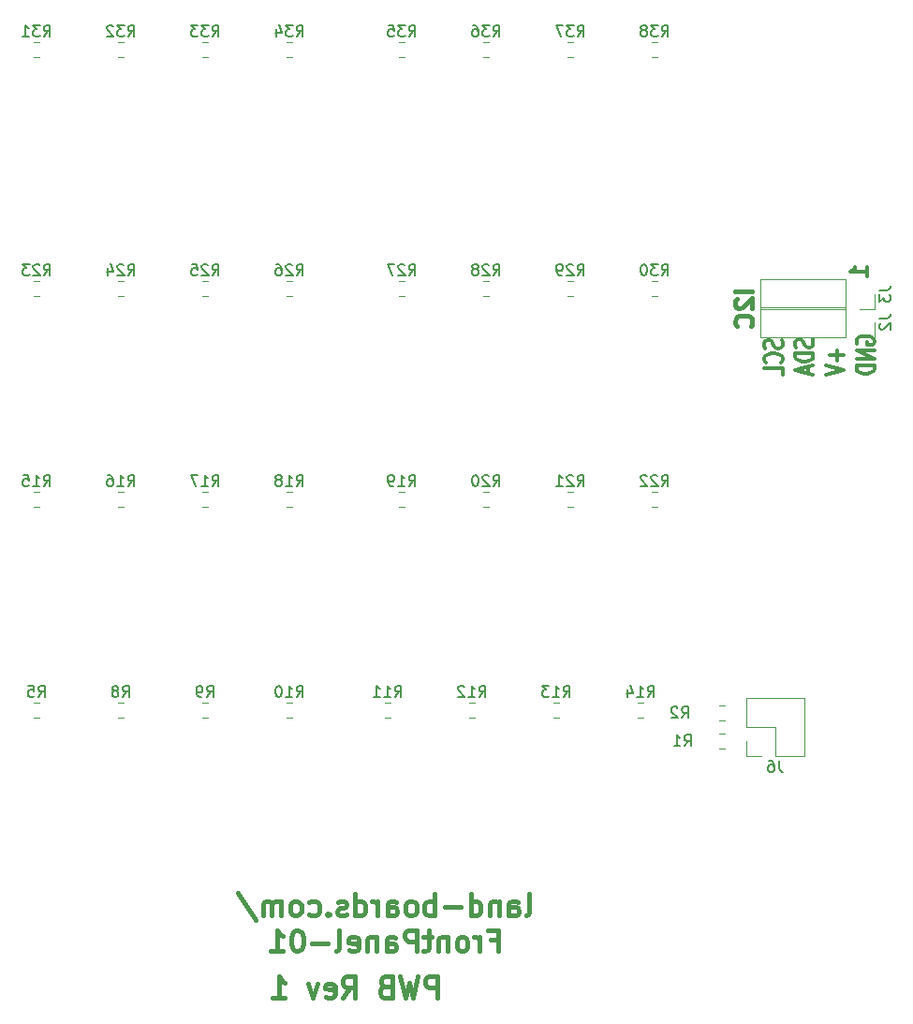
<source format=gbo>
G04 #@! TF.GenerationSoftware,KiCad,Pcbnew,(5.0.2)-1*
G04 #@! TF.CreationDate,2019-09-24T20:27:20-04:00*
G04 #@! TF.ProjectId,FrontPanel,46726f6e-7450-4616-9e65-6c2e6b696361,X1*
G04 #@! TF.SameCoordinates,Original*
G04 #@! TF.FileFunction,Legend,Bot*
G04 #@! TF.FilePolarity,Positive*
%FSLAX46Y46*%
G04 Gerber Fmt 4.6, Leading zero omitted, Abs format (unit mm)*
G04 Created by KiCad (PCBNEW (5.0.2)-1) date 9/24/2019 8:27:20 PM*
%MOMM*%
%LPD*%
G01*
G04 APERTURE LIST*
%ADD10C,0.381000*%
%ADD11C,0.300000*%
%ADD12C,0.396875*%
%ADD13C,0.120000*%
%ADD14C,0.150000*%
G04 APERTURE END LIST*
D10*
X71165357Y-95000535D02*
X71346785Y-94909821D01*
X71437500Y-94728392D01*
X71437500Y-93095535D01*
X69623214Y-95000535D02*
X69623214Y-94002678D01*
X69713928Y-93821250D01*
X69895357Y-93730535D01*
X70258214Y-93730535D01*
X70439642Y-93821250D01*
X69623214Y-94909821D02*
X69804642Y-95000535D01*
X70258214Y-95000535D01*
X70439642Y-94909821D01*
X70530357Y-94728392D01*
X70530357Y-94546964D01*
X70439642Y-94365535D01*
X70258214Y-94274821D01*
X69804642Y-94274821D01*
X69623214Y-94184107D01*
X68716071Y-93730535D02*
X68716071Y-95000535D01*
X68716071Y-93911964D02*
X68625357Y-93821250D01*
X68443928Y-93730535D01*
X68171785Y-93730535D01*
X67990357Y-93821250D01*
X67899642Y-94002678D01*
X67899642Y-95000535D01*
X66176071Y-95000535D02*
X66176071Y-93095535D01*
X66176071Y-94909821D02*
X66357500Y-95000535D01*
X66720357Y-95000535D01*
X66901785Y-94909821D01*
X66992500Y-94819107D01*
X67083214Y-94637678D01*
X67083214Y-94093392D01*
X66992500Y-93911964D01*
X66901785Y-93821250D01*
X66720357Y-93730535D01*
X66357500Y-93730535D01*
X66176071Y-93821250D01*
X65268928Y-94274821D02*
X63817500Y-94274821D01*
X62910357Y-95000535D02*
X62910357Y-93095535D01*
X62910357Y-93821250D02*
X62728928Y-93730535D01*
X62366071Y-93730535D01*
X62184642Y-93821250D01*
X62093928Y-93911964D01*
X62003214Y-94093392D01*
X62003214Y-94637678D01*
X62093928Y-94819107D01*
X62184642Y-94909821D01*
X62366071Y-95000535D01*
X62728928Y-95000535D01*
X62910357Y-94909821D01*
X60914642Y-95000535D02*
X61096071Y-94909821D01*
X61186785Y-94819107D01*
X61277500Y-94637678D01*
X61277500Y-94093392D01*
X61186785Y-93911964D01*
X61096071Y-93821250D01*
X60914642Y-93730535D01*
X60642500Y-93730535D01*
X60461071Y-93821250D01*
X60370357Y-93911964D01*
X60279642Y-94093392D01*
X60279642Y-94637678D01*
X60370357Y-94819107D01*
X60461071Y-94909821D01*
X60642500Y-95000535D01*
X60914642Y-95000535D01*
X58646785Y-95000535D02*
X58646785Y-94002678D01*
X58737500Y-93821250D01*
X58918928Y-93730535D01*
X59281785Y-93730535D01*
X59463214Y-93821250D01*
X58646785Y-94909821D02*
X58828214Y-95000535D01*
X59281785Y-95000535D01*
X59463214Y-94909821D01*
X59553928Y-94728392D01*
X59553928Y-94546964D01*
X59463214Y-94365535D01*
X59281785Y-94274821D01*
X58828214Y-94274821D01*
X58646785Y-94184107D01*
X57739642Y-95000535D02*
X57739642Y-93730535D01*
X57739642Y-94093392D02*
X57648928Y-93911964D01*
X57558214Y-93821250D01*
X57376785Y-93730535D01*
X57195357Y-93730535D01*
X55743928Y-95000535D02*
X55743928Y-93095535D01*
X55743928Y-94909821D02*
X55925357Y-95000535D01*
X56288214Y-95000535D01*
X56469642Y-94909821D01*
X56560357Y-94819107D01*
X56651071Y-94637678D01*
X56651071Y-94093392D01*
X56560357Y-93911964D01*
X56469642Y-93821250D01*
X56288214Y-93730535D01*
X55925357Y-93730535D01*
X55743928Y-93821250D01*
X54927500Y-94909821D02*
X54746071Y-95000535D01*
X54383214Y-95000535D01*
X54201785Y-94909821D01*
X54111071Y-94728392D01*
X54111071Y-94637678D01*
X54201785Y-94456250D01*
X54383214Y-94365535D01*
X54655357Y-94365535D01*
X54836785Y-94274821D01*
X54927500Y-94093392D01*
X54927500Y-94002678D01*
X54836785Y-93821250D01*
X54655357Y-93730535D01*
X54383214Y-93730535D01*
X54201785Y-93821250D01*
X53294642Y-94819107D02*
X53203928Y-94909821D01*
X53294642Y-95000535D01*
X53385357Y-94909821D01*
X53294642Y-94819107D01*
X53294642Y-95000535D01*
X51571071Y-94909821D02*
X51752500Y-95000535D01*
X52115357Y-95000535D01*
X52296785Y-94909821D01*
X52387500Y-94819107D01*
X52478214Y-94637678D01*
X52478214Y-94093392D01*
X52387500Y-93911964D01*
X52296785Y-93821250D01*
X52115357Y-93730535D01*
X51752500Y-93730535D01*
X51571071Y-93821250D01*
X50482500Y-95000535D02*
X50663928Y-94909821D01*
X50754642Y-94819107D01*
X50845357Y-94637678D01*
X50845357Y-94093392D01*
X50754642Y-93911964D01*
X50663928Y-93821250D01*
X50482500Y-93730535D01*
X50210357Y-93730535D01*
X50028928Y-93821250D01*
X49938214Y-93911964D01*
X49847500Y-94093392D01*
X49847500Y-94637678D01*
X49938214Y-94819107D01*
X50028928Y-94909821D01*
X50210357Y-95000535D01*
X50482500Y-95000535D01*
X49031071Y-95000535D02*
X49031071Y-93730535D01*
X49031071Y-93911964D02*
X48940357Y-93821250D01*
X48758928Y-93730535D01*
X48486785Y-93730535D01*
X48305357Y-93821250D01*
X48214642Y-94002678D01*
X48214642Y-95000535D01*
X48214642Y-94002678D02*
X48123928Y-93821250D01*
X47942500Y-93730535D01*
X47670357Y-93730535D01*
X47488928Y-93821250D01*
X47398214Y-94002678D01*
X47398214Y-95000535D01*
X45130357Y-93004821D02*
X46763214Y-95454107D01*
X67990357Y-97241178D02*
X68625357Y-97241178D01*
X68625357Y-98239035D02*
X68625357Y-96334035D01*
X67718214Y-96334035D01*
X66992500Y-98239035D02*
X66992500Y-96969035D01*
X66992500Y-97331892D02*
X66901785Y-97150464D01*
X66811071Y-97059750D01*
X66629642Y-96969035D01*
X66448214Y-96969035D01*
X65541071Y-98239035D02*
X65722500Y-98148321D01*
X65813214Y-98057607D01*
X65903928Y-97876178D01*
X65903928Y-97331892D01*
X65813214Y-97150464D01*
X65722500Y-97059750D01*
X65541071Y-96969035D01*
X65268928Y-96969035D01*
X65087500Y-97059750D01*
X64996785Y-97150464D01*
X64906071Y-97331892D01*
X64906071Y-97876178D01*
X64996785Y-98057607D01*
X65087500Y-98148321D01*
X65268928Y-98239035D01*
X65541071Y-98239035D01*
X64089642Y-96969035D02*
X64089642Y-98239035D01*
X64089642Y-97150464D02*
X63998928Y-97059750D01*
X63817500Y-96969035D01*
X63545357Y-96969035D01*
X63363928Y-97059750D01*
X63273214Y-97241178D01*
X63273214Y-98239035D01*
X62638214Y-96969035D02*
X61912500Y-96969035D01*
X62366071Y-96334035D02*
X62366071Y-97966892D01*
X62275357Y-98148321D01*
X62093928Y-98239035D01*
X61912500Y-98239035D01*
X61277500Y-98239035D02*
X61277500Y-96334035D01*
X60551785Y-96334035D01*
X60370357Y-96424750D01*
X60279642Y-96515464D01*
X60188928Y-96696892D01*
X60188928Y-96969035D01*
X60279642Y-97150464D01*
X60370357Y-97241178D01*
X60551785Y-97331892D01*
X61277500Y-97331892D01*
X58556071Y-98239035D02*
X58556071Y-97241178D01*
X58646785Y-97059750D01*
X58828214Y-96969035D01*
X59191071Y-96969035D01*
X59372500Y-97059750D01*
X58556071Y-98148321D02*
X58737500Y-98239035D01*
X59191071Y-98239035D01*
X59372500Y-98148321D01*
X59463214Y-97966892D01*
X59463214Y-97785464D01*
X59372500Y-97604035D01*
X59191071Y-97513321D01*
X58737500Y-97513321D01*
X58556071Y-97422607D01*
X57648928Y-96969035D02*
X57648928Y-98239035D01*
X57648928Y-97150464D02*
X57558214Y-97059750D01*
X57376785Y-96969035D01*
X57104642Y-96969035D01*
X56923214Y-97059750D01*
X56832500Y-97241178D01*
X56832500Y-98239035D01*
X55199642Y-98148321D02*
X55381071Y-98239035D01*
X55743928Y-98239035D01*
X55925357Y-98148321D01*
X56016071Y-97966892D01*
X56016071Y-97241178D01*
X55925357Y-97059750D01*
X55743928Y-96969035D01*
X55381071Y-96969035D01*
X55199642Y-97059750D01*
X55108928Y-97241178D01*
X55108928Y-97422607D01*
X56016071Y-97604035D01*
X54020357Y-98239035D02*
X54201785Y-98148321D01*
X54292500Y-97966892D01*
X54292500Y-96334035D01*
X53294642Y-97513321D02*
X51843214Y-97513321D01*
X50573214Y-96334035D02*
X50391785Y-96334035D01*
X50210357Y-96424750D01*
X50119642Y-96515464D01*
X50028928Y-96696892D01*
X49938214Y-97059750D01*
X49938214Y-97513321D01*
X50028928Y-97876178D01*
X50119642Y-98057607D01*
X50210357Y-98148321D01*
X50391785Y-98239035D01*
X50573214Y-98239035D01*
X50754642Y-98148321D01*
X50845357Y-98057607D01*
X50936071Y-97876178D01*
X51026785Y-97513321D01*
X51026785Y-97059750D01*
X50936071Y-96696892D01*
X50845357Y-96515464D01*
X50754642Y-96424750D01*
X50573214Y-96334035D01*
X48123928Y-98239035D02*
X49212500Y-98239035D01*
X48668214Y-98239035D02*
X48668214Y-96334035D01*
X48849642Y-96606178D01*
X49031071Y-96787607D01*
X49212500Y-96878321D01*
X63146778Y-102428785D02*
X63146778Y-100523785D01*
X62421064Y-100523785D01*
X62239635Y-100614500D01*
X62148921Y-100705214D01*
X62058207Y-100886642D01*
X62058207Y-101158785D01*
X62148921Y-101340214D01*
X62239635Y-101430928D01*
X62421064Y-101521642D01*
X63146778Y-101521642D01*
X61423207Y-100523785D02*
X60969635Y-102428785D01*
X60606778Y-101068071D01*
X60243921Y-102428785D01*
X59790350Y-100523785D01*
X58429635Y-101430928D02*
X58157492Y-101521642D01*
X58066778Y-101612357D01*
X57976064Y-101793785D01*
X57976064Y-102065928D01*
X58066778Y-102247357D01*
X58157492Y-102338071D01*
X58338921Y-102428785D01*
X59064635Y-102428785D01*
X59064635Y-100523785D01*
X58429635Y-100523785D01*
X58248207Y-100614500D01*
X58157492Y-100705214D01*
X58066778Y-100886642D01*
X58066778Y-101068071D01*
X58157492Y-101249500D01*
X58248207Y-101340214D01*
X58429635Y-101430928D01*
X59064635Y-101430928D01*
X54619635Y-102428785D02*
X55254635Y-101521642D01*
X55708207Y-102428785D02*
X55708207Y-100523785D01*
X54982492Y-100523785D01*
X54801064Y-100614500D01*
X54710350Y-100705214D01*
X54619635Y-100886642D01*
X54619635Y-101158785D01*
X54710350Y-101340214D01*
X54801064Y-101430928D01*
X54982492Y-101521642D01*
X55708207Y-101521642D01*
X53077492Y-102338071D02*
X53258921Y-102428785D01*
X53621778Y-102428785D01*
X53803207Y-102338071D01*
X53893921Y-102156642D01*
X53893921Y-101430928D01*
X53803207Y-101249500D01*
X53621778Y-101158785D01*
X53258921Y-101158785D01*
X53077492Y-101249500D01*
X52986778Y-101430928D01*
X52986778Y-101612357D01*
X53893921Y-101793785D01*
X52351778Y-101158785D02*
X51898207Y-102428785D01*
X51444635Y-101158785D01*
X48269635Y-102428785D02*
X49358207Y-102428785D01*
X48813921Y-102428785D02*
X48813921Y-100523785D01*
X48995350Y-100795928D01*
X49176778Y-100977357D01*
X49358207Y-101068071D01*
D11*
X102024571Y-37258571D02*
X102024571Y-36401428D01*
X102024571Y-36830000D02*
X100524571Y-36830000D01*
X100738857Y-36687142D01*
X100881714Y-36544285D01*
X100953142Y-36401428D01*
D12*
X91650154Y-38582297D02*
X90062654Y-38582297D01*
X90213845Y-39262654D02*
X90138250Y-39338250D01*
X90062654Y-39489440D01*
X90062654Y-39867416D01*
X90138250Y-40018607D01*
X90213845Y-40094202D01*
X90365035Y-40169797D01*
X90516226Y-40169797D01*
X90743011Y-40094202D01*
X91650154Y-39187059D01*
X91650154Y-40169797D01*
X91498964Y-41757297D02*
X91574559Y-41681702D01*
X91650154Y-41454916D01*
X91650154Y-41303726D01*
X91574559Y-41076940D01*
X91423369Y-40925750D01*
X91272178Y-40850154D01*
X90969797Y-40774559D01*
X90743011Y-40774559D01*
X90440630Y-40850154D01*
X90289440Y-40925750D01*
X90138250Y-41076940D01*
X90062654Y-41303726D01*
X90062654Y-41454916D01*
X90138250Y-41681702D01*
X90213845Y-41757297D01*
D11*
X94293511Y-43021285D02*
X94372130Y-43202714D01*
X94372130Y-43505095D01*
X94293511Y-43626047D01*
X94214892Y-43686523D01*
X94057654Y-43747000D01*
X93900416Y-43747000D01*
X93743178Y-43686523D01*
X93664559Y-43626047D01*
X93585940Y-43505095D01*
X93507321Y-43263190D01*
X93428702Y-43142238D01*
X93350083Y-43081761D01*
X93192845Y-43021285D01*
X93035607Y-43021285D01*
X92878369Y-43081761D01*
X92799750Y-43142238D01*
X92721130Y-43263190D01*
X92721130Y-43565571D01*
X92799750Y-43747000D01*
X94214892Y-45017000D02*
X94293511Y-44956523D01*
X94372130Y-44775095D01*
X94372130Y-44654142D01*
X94293511Y-44472714D01*
X94136273Y-44351761D01*
X93979035Y-44291285D01*
X93664559Y-44230809D01*
X93428702Y-44230809D01*
X93114226Y-44291285D01*
X92956988Y-44351761D01*
X92799750Y-44472714D01*
X92721130Y-44654142D01*
X92721130Y-44775095D01*
X92799750Y-44956523D01*
X92878369Y-45017000D01*
X94372130Y-46166047D02*
X94372130Y-45561285D01*
X92721130Y-45561285D01*
X97070011Y-42960809D02*
X97148630Y-43142238D01*
X97148630Y-43444619D01*
X97070011Y-43565571D01*
X96991392Y-43626047D01*
X96834154Y-43686523D01*
X96676916Y-43686523D01*
X96519678Y-43626047D01*
X96441059Y-43565571D01*
X96362440Y-43444619D01*
X96283821Y-43202714D01*
X96205202Y-43081761D01*
X96126583Y-43021285D01*
X95969345Y-42960809D01*
X95812107Y-42960809D01*
X95654869Y-43021285D01*
X95576250Y-43081761D01*
X95497630Y-43202714D01*
X95497630Y-43505095D01*
X95576250Y-43686523D01*
X97148630Y-44230809D02*
X95497630Y-44230809D01*
X95497630Y-44533190D01*
X95576250Y-44714619D01*
X95733488Y-44835571D01*
X95890726Y-44896047D01*
X96205202Y-44956523D01*
X96441059Y-44956523D01*
X96755535Y-44896047D01*
X96912773Y-44835571D01*
X97070011Y-44714619D01*
X97148630Y-44533190D01*
X97148630Y-44230809D01*
X96676916Y-45440333D02*
X96676916Y-46045095D01*
X97148630Y-45319380D02*
X95497630Y-45742714D01*
X97148630Y-46166047D01*
X99296178Y-43928428D02*
X99296178Y-44896047D01*
X99925130Y-44412238D02*
X98667226Y-44412238D01*
X98274130Y-45319380D02*
X99925130Y-45742714D01*
X98274130Y-46166047D01*
X101129250Y-43384142D02*
X101050630Y-43263190D01*
X101050630Y-43081761D01*
X101129250Y-42900333D01*
X101286488Y-42779380D01*
X101443726Y-42718904D01*
X101758202Y-42658428D01*
X101994059Y-42658428D01*
X102308535Y-42718904D01*
X102465773Y-42779380D01*
X102623011Y-42900333D01*
X102701630Y-43081761D01*
X102701630Y-43202714D01*
X102623011Y-43384142D01*
X102544392Y-43444619D01*
X101994059Y-43444619D01*
X101994059Y-43202714D01*
X102701630Y-43988904D02*
X101050630Y-43988904D01*
X102701630Y-44714619D01*
X101050630Y-44714619D01*
X102701630Y-45319380D02*
X101050630Y-45319380D01*
X101050630Y-45621761D01*
X101129250Y-45803190D01*
X101286488Y-45924142D01*
X101443726Y-45984619D01*
X101758202Y-46045095D01*
X101994059Y-46045095D01*
X102308535Y-45984619D01*
X102465773Y-45924142D01*
X102623011Y-45803190D01*
X102701630Y-45621761D01*
X102701630Y-45319380D01*
D13*
G04 #@! TO.C,R1*
X89161252Y-79958000D02*
X88638748Y-79958000D01*
X89161252Y-78538000D02*
X88638748Y-78538000D01*
G04 #@! TO.C,R2*
X89161252Y-75998000D02*
X88638748Y-75998000D01*
X89161252Y-77418000D02*
X88638748Y-77418000D01*
G04 #@! TO.C,R5*
X27185252Y-77164000D02*
X26662748Y-77164000D01*
X27185252Y-75744000D02*
X26662748Y-75744000D01*
G04 #@! TO.C,R8*
X34805252Y-75744000D02*
X34282748Y-75744000D01*
X34805252Y-77164000D02*
X34282748Y-77164000D01*
G04 #@! TO.C,R9*
X42425252Y-77164000D02*
X41902748Y-77164000D01*
X42425252Y-75744000D02*
X41902748Y-75744000D01*
G04 #@! TO.C,R10*
X50045252Y-75744000D02*
X49522748Y-75744000D01*
X50045252Y-77164000D02*
X49522748Y-77164000D01*
G04 #@! TO.C,R11*
X58935252Y-75744000D02*
X58412748Y-75744000D01*
X58935252Y-77164000D02*
X58412748Y-77164000D01*
G04 #@! TO.C,R12*
X66555252Y-75744000D02*
X66032748Y-75744000D01*
X66555252Y-77164000D02*
X66032748Y-77164000D01*
G04 #@! TO.C,R13*
X74175252Y-77164000D02*
X73652748Y-77164000D01*
X74175252Y-75744000D02*
X73652748Y-75744000D01*
G04 #@! TO.C,R14*
X81795252Y-77164000D02*
X81272748Y-77164000D01*
X81795252Y-75744000D02*
X81272748Y-75744000D01*
G04 #@! TO.C,R15*
X27185252Y-58114000D02*
X26662748Y-58114000D01*
X27185252Y-56694000D02*
X26662748Y-56694000D01*
G04 #@! TO.C,R16*
X34805252Y-58114000D02*
X34282748Y-58114000D01*
X34805252Y-56694000D02*
X34282748Y-56694000D01*
G04 #@! TO.C,R17*
X42425252Y-56694000D02*
X41902748Y-56694000D01*
X42425252Y-58114000D02*
X41902748Y-58114000D01*
G04 #@! TO.C,R18*
X50045252Y-56694000D02*
X49522748Y-56694000D01*
X50045252Y-58114000D02*
X49522748Y-58114000D01*
G04 #@! TO.C,R19*
X60205252Y-58114000D02*
X59682748Y-58114000D01*
X60205252Y-56694000D02*
X59682748Y-56694000D01*
G04 #@! TO.C,R20*
X67825252Y-58114000D02*
X67302748Y-58114000D01*
X67825252Y-56694000D02*
X67302748Y-56694000D01*
G04 #@! TO.C,R21*
X75445252Y-56694000D02*
X74922748Y-56694000D01*
X75445252Y-58114000D02*
X74922748Y-58114000D01*
G04 #@! TO.C,R22*
X83065252Y-56694000D02*
X82542748Y-56694000D01*
X83065252Y-58114000D02*
X82542748Y-58114000D01*
G04 #@! TO.C,R23*
X27194252Y-39064000D02*
X26671748Y-39064000D01*
X27194252Y-37644000D02*
X26671748Y-37644000D01*
G04 #@! TO.C,R24*
X34805252Y-37644000D02*
X34282748Y-37644000D01*
X34805252Y-39064000D02*
X34282748Y-39064000D01*
G04 #@! TO.C,R25*
X42425252Y-39064000D02*
X41902748Y-39064000D01*
X42425252Y-37644000D02*
X41902748Y-37644000D01*
G04 #@! TO.C,R26*
X50045252Y-37644000D02*
X49522748Y-37644000D01*
X50045252Y-39064000D02*
X49522748Y-39064000D01*
G04 #@! TO.C,R27*
X60205252Y-39064000D02*
X59682748Y-39064000D01*
X60205252Y-37644000D02*
X59682748Y-37644000D01*
G04 #@! TO.C,R28*
X67825252Y-39064000D02*
X67302748Y-39064000D01*
X67825252Y-37644000D02*
X67302748Y-37644000D01*
G04 #@! TO.C,R29*
X75445252Y-37644000D02*
X74922748Y-37644000D01*
X75445252Y-39064000D02*
X74922748Y-39064000D01*
G04 #@! TO.C,R30*
X83065252Y-37644000D02*
X82542748Y-37644000D01*
X83065252Y-39064000D02*
X82542748Y-39064000D01*
G04 #@! TO.C,R31*
X27185252Y-16054000D02*
X26662748Y-16054000D01*
X27185252Y-17474000D02*
X26662748Y-17474000D01*
G04 #@! TO.C,R32*
X34805252Y-17474000D02*
X34282748Y-17474000D01*
X34805252Y-16054000D02*
X34282748Y-16054000D01*
G04 #@! TO.C,R33*
X42425252Y-17474000D02*
X41902748Y-17474000D01*
X42425252Y-16054000D02*
X41902748Y-16054000D01*
G04 #@! TO.C,R34*
X50045252Y-16054000D02*
X49522748Y-16054000D01*
X50045252Y-17474000D02*
X49522748Y-17474000D01*
G04 #@! TO.C,R35*
X60205252Y-17474000D02*
X59682748Y-17474000D01*
X60205252Y-16054000D02*
X59682748Y-16054000D01*
G04 #@! TO.C,R36*
X67825252Y-16054000D02*
X67302748Y-16054000D01*
X67825252Y-17474000D02*
X67302748Y-17474000D01*
G04 #@! TO.C,R37*
X75445252Y-17474000D02*
X74922748Y-17474000D01*
X75445252Y-16054000D02*
X74922748Y-16054000D01*
G04 #@! TO.C,R38*
X83065252Y-16054000D02*
X82542748Y-16054000D01*
X83065252Y-17474000D02*
X82542748Y-17474000D01*
G04 #@! TO.C,J2*
X102676000Y-42732000D02*
X102676000Y-41402000D01*
X101346000Y-42732000D02*
X102676000Y-42732000D01*
X100076000Y-42732000D02*
X100076000Y-40072000D01*
X100076000Y-40072000D02*
X92396000Y-40072000D01*
X100076000Y-42732000D02*
X92396000Y-42732000D01*
X92396000Y-42732000D02*
X92396000Y-40072000D01*
G04 #@! TO.C,J3*
X92396000Y-40192000D02*
X92396000Y-37532000D01*
X100076000Y-40192000D02*
X92396000Y-40192000D01*
X100076000Y-37532000D02*
X92396000Y-37532000D01*
X100076000Y-40192000D02*
X100076000Y-37532000D01*
X101346000Y-40192000D02*
X102676000Y-40192000D01*
X102676000Y-40192000D02*
X102676000Y-38862000D01*
G04 #@! TO.C,J6*
X91126000Y-75378000D02*
X96326000Y-75378000D01*
X91126000Y-77978000D02*
X91126000Y-75378000D01*
X96326000Y-80578000D02*
X96326000Y-75378000D01*
X91126000Y-77978000D02*
X93726000Y-77978000D01*
X93726000Y-77978000D02*
X93726000Y-80578000D01*
X93726000Y-80578000D02*
X96326000Y-80578000D01*
X91126000Y-79248000D02*
X91126000Y-80578000D01*
X91126000Y-80578000D02*
X92456000Y-80578000D01*
G04 #@! TO.C,R1*
D14*
X85501666Y-79700380D02*
X85835000Y-79224190D01*
X86073095Y-79700380D02*
X86073095Y-78700380D01*
X85692142Y-78700380D01*
X85596904Y-78748000D01*
X85549285Y-78795619D01*
X85501666Y-78890857D01*
X85501666Y-79033714D01*
X85549285Y-79128952D01*
X85596904Y-79176571D01*
X85692142Y-79224190D01*
X86073095Y-79224190D01*
X84549285Y-79700380D02*
X85120714Y-79700380D01*
X84835000Y-79700380D02*
X84835000Y-78700380D01*
X84930238Y-78843238D01*
X85025476Y-78938476D01*
X85120714Y-78986095D01*
G04 #@! TO.C,R2*
X85256666Y-77160380D02*
X85590000Y-76684190D01*
X85828095Y-77160380D02*
X85828095Y-76160380D01*
X85447142Y-76160380D01*
X85351904Y-76208000D01*
X85304285Y-76255619D01*
X85256666Y-76350857D01*
X85256666Y-76493714D01*
X85304285Y-76588952D01*
X85351904Y-76636571D01*
X85447142Y-76684190D01*
X85828095Y-76684190D01*
X84875714Y-76255619D02*
X84828095Y-76208000D01*
X84732857Y-76160380D01*
X84494761Y-76160380D01*
X84399523Y-76208000D01*
X84351904Y-76255619D01*
X84304285Y-76350857D01*
X84304285Y-76446095D01*
X84351904Y-76588952D01*
X84923333Y-77160380D01*
X84304285Y-77160380D01*
G04 #@! TO.C,R5*
X27090666Y-75256380D02*
X27424000Y-74780190D01*
X27662095Y-75256380D02*
X27662095Y-74256380D01*
X27281142Y-74256380D01*
X27185904Y-74304000D01*
X27138285Y-74351619D01*
X27090666Y-74446857D01*
X27090666Y-74589714D01*
X27138285Y-74684952D01*
X27185904Y-74732571D01*
X27281142Y-74780190D01*
X27662095Y-74780190D01*
X26185904Y-74256380D02*
X26662095Y-74256380D01*
X26709714Y-74732571D01*
X26662095Y-74684952D01*
X26566857Y-74637333D01*
X26328761Y-74637333D01*
X26233523Y-74684952D01*
X26185904Y-74732571D01*
X26138285Y-74827809D01*
X26138285Y-75065904D01*
X26185904Y-75161142D01*
X26233523Y-75208761D01*
X26328761Y-75256380D01*
X26566857Y-75256380D01*
X26662095Y-75208761D01*
X26709714Y-75161142D01*
G04 #@! TO.C,R8*
X34710666Y-75256380D02*
X35044000Y-74780190D01*
X35282095Y-75256380D02*
X35282095Y-74256380D01*
X34901142Y-74256380D01*
X34805904Y-74304000D01*
X34758285Y-74351619D01*
X34710666Y-74446857D01*
X34710666Y-74589714D01*
X34758285Y-74684952D01*
X34805904Y-74732571D01*
X34901142Y-74780190D01*
X35282095Y-74780190D01*
X34139238Y-74684952D02*
X34234476Y-74637333D01*
X34282095Y-74589714D01*
X34329714Y-74494476D01*
X34329714Y-74446857D01*
X34282095Y-74351619D01*
X34234476Y-74304000D01*
X34139238Y-74256380D01*
X33948761Y-74256380D01*
X33853523Y-74304000D01*
X33805904Y-74351619D01*
X33758285Y-74446857D01*
X33758285Y-74494476D01*
X33805904Y-74589714D01*
X33853523Y-74637333D01*
X33948761Y-74684952D01*
X34139238Y-74684952D01*
X34234476Y-74732571D01*
X34282095Y-74780190D01*
X34329714Y-74875428D01*
X34329714Y-75065904D01*
X34282095Y-75161142D01*
X34234476Y-75208761D01*
X34139238Y-75256380D01*
X33948761Y-75256380D01*
X33853523Y-75208761D01*
X33805904Y-75161142D01*
X33758285Y-75065904D01*
X33758285Y-74875428D01*
X33805904Y-74780190D01*
X33853523Y-74732571D01*
X33948761Y-74684952D01*
G04 #@! TO.C,R9*
X42330666Y-75256380D02*
X42664000Y-74780190D01*
X42902095Y-75256380D02*
X42902095Y-74256380D01*
X42521142Y-74256380D01*
X42425904Y-74304000D01*
X42378285Y-74351619D01*
X42330666Y-74446857D01*
X42330666Y-74589714D01*
X42378285Y-74684952D01*
X42425904Y-74732571D01*
X42521142Y-74780190D01*
X42902095Y-74780190D01*
X41854476Y-75256380D02*
X41664000Y-75256380D01*
X41568761Y-75208761D01*
X41521142Y-75161142D01*
X41425904Y-75018285D01*
X41378285Y-74827809D01*
X41378285Y-74446857D01*
X41425904Y-74351619D01*
X41473523Y-74304000D01*
X41568761Y-74256380D01*
X41759238Y-74256380D01*
X41854476Y-74304000D01*
X41902095Y-74351619D01*
X41949714Y-74446857D01*
X41949714Y-74684952D01*
X41902095Y-74780190D01*
X41854476Y-74827809D01*
X41759238Y-74875428D01*
X41568761Y-74875428D01*
X41473523Y-74827809D01*
X41425904Y-74780190D01*
X41378285Y-74684952D01*
G04 #@! TO.C,R10*
X50426857Y-75256380D02*
X50760190Y-74780190D01*
X50998285Y-75256380D02*
X50998285Y-74256380D01*
X50617333Y-74256380D01*
X50522095Y-74304000D01*
X50474476Y-74351619D01*
X50426857Y-74446857D01*
X50426857Y-74589714D01*
X50474476Y-74684952D01*
X50522095Y-74732571D01*
X50617333Y-74780190D01*
X50998285Y-74780190D01*
X49474476Y-75256380D02*
X50045904Y-75256380D01*
X49760190Y-75256380D02*
X49760190Y-74256380D01*
X49855428Y-74399238D01*
X49950666Y-74494476D01*
X50045904Y-74542095D01*
X48855428Y-74256380D02*
X48760190Y-74256380D01*
X48664952Y-74304000D01*
X48617333Y-74351619D01*
X48569714Y-74446857D01*
X48522095Y-74637333D01*
X48522095Y-74875428D01*
X48569714Y-75065904D01*
X48617333Y-75161142D01*
X48664952Y-75208761D01*
X48760190Y-75256380D01*
X48855428Y-75256380D01*
X48950666Y-75208761D01*
X48998285Y-75161142D01*
X49045904Y-75065904D01*
X49093523Y-74875428D01*
X49093523Y-74637333D01*
X49045904Y-74446857D01*
X48998285Y-74351619D01*
X48950666Y-74304000D01*
X48855428Y-74256380D01*
G04 #@! TO.C,R11*
X59316857Y-75256380D02*
X59650190Y-74780190D01*
X59888285Y-75256380D02*
X59888285Y-74256380D01*
X59507333Y-74256380D01*
X59412095Y-74304000D01*
X59364476Y-74351619D01*
X59316857Y-74446857D01*
X59316857Y-74589714D01*
X59364476Y-74684952D01*
X59412095Y-74732571D01*
X59507333Y-74780190D01*
X59888285Y-74780190D01*
X58364476Y-75256380D02*
X58935904Y-75256380D01*
X58650190Y-75256380D02*
X58650190Y-74256380D01*
X58745428Y-74399238D01*
X58840666Y-74494476D01*
X58935904Y-74542095D01*
X57412095Y-75256380D02*
X57983523Y-75256380D01*
X57697809Y-75256380D02*
X57697809Y-74256380D01*
X57793047Y-74399238D01*
X57888285Y-74494476D01*
X57983523Y-74542095D01*
G04 #@! TO.C,R12*
X66936857Y-75256380D02*
X67270190Y-74780190D01*
X67508285Y-75256380D02*
X67508285Y-74256380D01*
X67127333Y-74256380D01*
X67032095Y-74304000D01*
X66984476Y-74351619D01*
X66936857Y-74446857D01*
X66936857Y-74589714D01*
X66984476Y-74684952D01*
X67032095Y-74732571D01*
X67127333Y-74780190D01*
X67508285Y-74780190D01*
X65984476Y-75256380D02*
X66555904Y-75256380D01*
X66270190Y-75256380D02*
X66270190Y-74256380D01*
X66365428Y-74399238D01*
X66460666Y-74494476D01*
X66555904Y-74542095D01*
X65603523Y-74351619D02*
X65555904Y-74304000D01*
X65460666Y-74256380D01*
X65222571Y-74256380D01*
X65127333Y-74304000D01*
X65079714Y-74351619D01*
X65032095Y-74446857D01*
X65032095Y-74542095D01*
X65079714Y-74684952D01*
X65651142Y-75256380D01*
X65032095Y-75256380D01*
G04 #@! TO.C,R13*
X74556857Y-75256380D02*
X74890190Y-74780190D01*
X75128285Y-75256380D02*
X75128285Y-74256380D01*
X74747333Y-74256380D01*
X74652095Y-74304000D01*
X74604476Y-74351619D01*
X74556857Y-74446857D01*
X74556857Y-74589714D01*
X74604476Y-74684952D01*
X74652095Y-74732571D01*
X74747333Y-74780190D01*
X75128285Y-74780190D01*
X73604476Y-75256380D02*
X74175904Y-75256380D01*
X73890190Y-75256380D02*
X73890190Y-74256380D01*
X73985428Y-74399238D01*
X74080666Y-74494476D01*
X74175904Y-74542095D01*
X73271142Y-74256380D02*
X72652095Y-74256380D01*
X72985428Y-74637333D01*
X72842571Y-74637333D01*
X72747333Y-74684952D01*
X72699714Y-74732571D01*
X72652095Y-74827809D01*
X72652095Y-75065904D01*
X72699714Y-75161142D01*
X72747333Y-75208761D01*
X72842571Y-75256380D01*
X73128285Y-75256380D01*
X73223523Y-75208761D01*
X73271142Y-75161142D01*
G04 #@! TO.C,R14*
X82176857Y-75256380D02*
X82510190Y-74780190D01*
X82748285Y-75256380D02*
X82748285Y-74256380D01*
X82367333Y-74256380D01*
X82272095Y-74304000D01*
X82224476Y-74351619D01*
X82176857Y-74446857D01*
X82176857Y-74589714D01*
X82224476Y-74684952D01*
X82272095Y-74732571D01*
X82367333Y-74780190D01*
X82748285Y-74780190D01*
X81224476Y-75256380D02*
X81795904Y-75256380D01*
X81510190Y-75256380D02*
X81510190Y-74256380D01*
X81605428Y-74399238D01*
X81700666Y-74494476D01*
X81795904Y-74542095D01*
X80367333Y-74589714D02*
X80367333Y-75256380D01*
X80605428Y-74208761D02*
X80843523Y-74923047D01*
X80224476Y-74923047D01*
G04 #@! TO.C,R15*
X27566857Y-56206380D02*
X27900190Y-55730190D01*
X28138285Y-56206380D02*
X28138285Y-55206380D01*
X27757333Y-55206380D01*
X27662095Y-55254000D01*
X27614476Y-55301619D01*
X27566857Y-55396857D01*
X27566857Y-55539714D01*
X27614476Y-55634952D01*
X27662095Y-55682571D01*
X27757333Y-55730190D01*
X28138285Y-55730190D01*
X26614476Y-56206380D02*
X27185904Y-56206380D01*
X26900190Y-56206380D02*
X26900190Y-55206380D01*
X26995428Y-55349238D01*
X27090666Y-55444476D01*
X27185904Y-55492095D01*
X25709714Y-55206380D02*
X26185904Y-55206380D01*
X26233523Y-55682571D01*
X26185904Y-55634952D01*
X26090666Y-55587333D01*
X25852571Y-55587333D01*
X25757333Y-55634952D01*
X25709714Y-55682571D01*
X25662095Y-55777809D01*
X25662095Y-56015904D01*
X25709714Y-56111142D01*
X25757333Y-56158761D01*
X25852571Y-56206380D01*
X26090666Y-56206380D01*
X26185904Y-56158761D01*
X26233523Y-56111142D01*
G04 #@! TO.C,R16*
X35186857Y-56206380D02*
X35520190Y-55730190D01*
X35758285Y-56206380D02*
X35758285Y-55206380D01*
X35377333Y-55206380D01*
X35282095Y-55254000D01*
X35234476Y-55301619D01*
X35186857Y-55396857D01*
X35186857Y-55539714D01*
X35234476Y-55634952D01*
X35282095Y-55682571D01*
X35377333Y-55730190D01*
X35758285Y-55730190D01*
X34234476Y-56206380D02*
X34805904Y-56206380D01*
X34520190Y-56206380D02*
X34520190Y-55206380D01*
X34615428Y-55349238D01*
X34710666Y-55444476D01*
X34805904Y-55492095D01*
X33377333Y-55206380D02*
X33567809Y-55206380D01*
X33663047Y-55254000D01*
X33710666Y-55301619D01*
X33805904Y-55444476D01*
X33853523Y-55634952D01*
X33853523Y-56015904D01*
X33805904Y-56111142D01*
X33758285Y-56158761D01*
X33663047Y-56206380D01*
X33472571Y-56206380D01*
X33377333Y-56158761D01*
X33329714Y-56111142D01*
X33282095Y-56015904D01*
X33282095Y-55777809D01*
X33329714Y-55682571D01*
X33377333Y-55634952D01*
X33472571Y-55587333D01*
X33663047Y-55587333D01*
X33758285Y-55634952D01*
X33805904Y-55682571D01*
X33853523Y-55777809D01*
G04 #@! TO.C,R17*
X42806857Y-56206380D02*
X43140190Y-55730190D01*
X43378285Y-56206380D02*
X43378285Y-55206380D01*
X42997333Y-55206380D01*
X42902095Y-55254000D01*
X42854476Y-55301619D01*
X42806857Y-55396857D01*
X42806857Y-55539714D01*
X42854476Y-55634952D01*
X42902095Y-55682571D01*
X42997333Y-55730190D01*
X43378285Y-55730190D01*
X41854476Y-56206380D02*
X42425904Y-56206380D01*
X42140190Y-56206380D02*
X42140190Y-55206380D01*
X42235428Y-55349238D01*
X42330666Y-55444476D01*
X42425904Y-55492095D01*
X41521142Y-55206380D02*
X40854476Y-55206380D01*
X41283047Y-56206380D01*
G04 #@! TO.C,R18*
X50426857Y-56206380D02*
X50760190Y-55730190D01*
X50998285Y-56206380D02*
X50998285Y-55206380D01*
X50617333Y-55206380D01*
X50522095Y-55254000D01*
X50474476Y-55301619D01*
X50426857Y-55396857D01*
X50426857Y-55539714D01*
X50474476Y-55634952D01*
X50522095Y-55682571D01*
X50617333Y-55730190D01*
X50998285Y-55730190D01*
X49474476Y-56206380D02*
X50045904Y-56206380D01*
X49760190Y-56206380D02*
X49760190Y-55206380D01*
X49855428Y-55349238D01*
X49950666Y-55444476D01*
X50045904Y-55492095D01*
X48903047Y-55634952D02*
X48998285Y-55587333D01*
X49045904Y-55539714D01*
X49093523Y-55444476D01*
X49093523Y-55396857D01*
X49045904Y-55301619D01*
X48998285Y-55254000D01*
X48903047Y-55206380D01*
X48712571Y-55206380D01*
X48617333Y-55254000D01*
X48569714Y-55301619D01*
X48522095Y-55396857D01*
X48522095Y-55444476D01*
X48569714Y-55539714D01*
X48617333Y-55587333D01*
X48712571Y-55634952D01*
X48903047Y-55634952D01*
X48998285Y-55682571D01*
X49045904Y-55730190D01*
X49093523Y-55825428D01*
X49093523Y-56015904D01*
X49045904Y-56111142D01*
X48998285Y-56158761D01*
X48903047Y-56206380D01*
X48712571Y-56206380D01*
X48617333Y-56158761D01*
X48569714Y-56111142D01*
X48522095Y-56015904D01*
X48522095Y-55825428D01*
X48569714Y-55730190D01*
X48617333Y-55682571D01*
X48712571Y-55634952D01*
G04 #@! TO.C,R19*
X60586857Y-56206380D02*
X60920190Y-55730190D01*
X61158285Y-56206380D02*
X61158285Y-55206380D01*
X60777333Y-55206380D01*
X60682095Y-55254000D01*
X60634476Y-55301619D01*
X60586857Y-55396857D01*
X60586857Y-55539714D01*
X60634476Y-55634952D01*
X60682095Y-55682571D01*
X60777333Y-55730190D01*
X61158285Y-55730190D01*
X59634476Y-56206380D02*
X60205904Y-56206380D01*
X59920190Y-56206380D02*
X59920190Y-55206380D01*
X60015428Y-55349238D01*
X60110666Y-55444476D01*
X60205904Y-55492095D01*
X59158285Y-56206380D02*
X58967809Y-56206380D01*
X58872571Y-56158761D01*
X58824952Y-56111142D01*
X58729714Y-55968285D01*
X58682095Y-55777809D01*
X58682095Y-55396857D01*
X58729714Y-55301619D01*
X58777333Y-55254000D01*
X58872571Y-55206380D01*
X59063047Y-55206380D01*
X59158285Y-55254000D01*
X59205904Y-55301619D01*
X59253523Y-55396857D01*
X59253523Y-55634952D01*
X59205904Y-55730190D01*
X59158285Y-55777809D01*
X59063047Y-55825428D01*
X58872571Y-55825428D01*
X58777333Y-55777809D01*
X58729714Y-55730190D01*
X58682095Y-55634952D01*
G04 #@! TO.C,R20*
X68206857Y-56206380D02*
X68540190Y-55730190D01*
X68778285Y-56206380D02*
X68778285Y-55206380D01*
X68397333Y-55206380D01*
X68302095Y-55254000D01*
X68254476Y-55301619D01*
X68206857Y-55396857D01*
X68206857Y-55539714D01*
X68254476Y-55634952D01*
X68302095Y-55682571D01*
X68397333Y-55730190D01*
X68778285Y-55730190D01*
X67825904Y-55301619D02*
X67778285Y-55254000D01*
X67683047Y-55206380D01*
X67444952Y-55206380D01*
X67349714Y-55254000D01*
X67302095Y-55301619D01*
X67254476Y-55396857D01*
X67254476Y-55492095D01*
X67302095Y-55634952D01*
X67873523Y-56206380D01*
X67254476Y-56206380D01*
X66635428Y-55206380D02*
X66540190Y-55206380D01*
X66444952Y-55254000D01*
X66397333Y-55301619D01*
X66349714Y-55396857D01*
X66302095Y-55587333D01*
X66302095Y-55825428D01*
X66349714Y-56015904D01*
X66397333Y-56111142D01*
X66444952Y-56158761D01*
X66540190Y-56206380D01*
X66635428Y-56206380D01*
X66730666Y-56158761D01*
X66778285Y-56111142D01*
X66825904Y-56015904D01*
X66873523Y-55825428D01*
X66873523Y-55587333D01*
X66825904Y-55396857D01*
X66778285Y-55301619D01*
X66730666Y-55254000D01*
X66635428Y-55206380D01*
G04 #@! TO.C,R21*
X75826857Y-56206380D02*
X76160190Y-55730190D01*
X76398285Y-56206380D02*
X76398285Y-55206380D01*
X76017333Y-55206380D01*
X75922095Y-55254000D01*
X75874476Y-55301619D01*
X75826857Y-55396857D01*
X75826857Y-55539714D01*
X75874476Y-55634952D01*
X75922095Y-55682571D01*
X76017333Y-55730190D01*
X76398285Y-55730190D01*
X75445904Y-55301619D02*
X75398285Y-55254000D01*
X75303047Y-55206380D01*
X75064952Y-55206380D01*
X74969714Y-55254000D01*
X74922095Y-55301619D01*
X74874476Y-55396857D01*
X74874476Y-55492095D01*
X74922095Y-55634952D01*
X75493523Y-56206380D01*
X74874476Y-56206380D01*
X73922095Y-56206380D02*
X74493523Y-56206380D01*
X74207809Y-56206380D02*
X74207809Y-55206380D01*
X74303047Y-55349238D01*
X74398285Y-55444476D01*
X74493523Y-55492095D01*
G04 #@! TO.C,R22*
X83446857Y-56206380D02*
X83780190Y-55730190D01*
X84018285Y-56206380D02*
X84018285Y-55206380D01*
X83637333Y-55206380D01*
X83542095Y-55254000D01*
X83494476Y-55301619D01*
X83446857Y-55396857D01*
X83446857Y-55539714D01*
X83494476Y-55634952D01*
X83542095Y-55682571D01*
X83637333Y-55730190D01*
X84018285Y-55730190D01*
X83065904Y-55301619D02*
X83018285Y-55254000D01*
X82923047Y-55206380D01*
X82684952Y-55206380D01*
X82589714Y-55254000D01*
X82542095Y-55301619D01*
X82494476Y-55396857D01*
X82494476Y-55492095D01*
X82542095Y-55634952D01*
X83113523Y-56206380D01*
X82494476Y-56206380D01*
X82113523Y-55301619D02*
X82065904Y-55254000D01*
X81970666Y-55206380D01*
X81732571Y-55206380D01*
X81637333Y-55254000D01*
X81589714Y-55301619D01*
X81542095Y-55396857D01*
X81542095Y-55492095D01*
X81589714Y-55634952D01*
X82161142Y-56206380D01*
X81542095Y-56206380D01*
G04 #@! TO.C,R23*
X27575857Y-37156380D02*
X27909190Y-36680190D01*
X28147285Y-37156380D02*
X28147285Y-36156380D01*
X27766333Y-36156380D01*
X27671095Y-36204000D01*
X27623476Y-36251619D01*
X27575857Y-36346857D01*
X27575857Y-36489714D01*
X27623476Y-36584952D01*
X27671095Y-36632571D01*
X27766333Y-36680190D01*
X28147285Y-36680190D01*
X27194904Y-36251619D02*
X27147285Y-36204000D01*
X27052047Y-36156380D01*
X26813952Y-36156380D01*
X26718714Y-36204000D01*
X26671095Y-36251619D01*
X26623476Y-36346857D01*
X26623476Y-36442095D01*
X26671095Y-36584952D01*
X27242523Y-37156380D01*
X26623476Y-37156380D01*
X26290142Y-36156380D02*
X25671095Y-36156380D01*
X26004428Y-36537333D01*
X25861571Y-36537333D01*
X25766333Y-36584952D01*
X25718714Y-36632571D01*
X25671095Y-36727809D01*
X25671095Y-36965904D01*
X25718714Y-37061142D01*
X25766333Y-37108761D01*
X25861571Y-37156380D01*
X26147285Y-37156380D01*
X26242523Y-37108761D01*
X26290142Y-37061142D01*
G04 #@! TO.C,R24*
X35186857Y-37156380D02*
X35520190Y-36680190D01*
X35758285Y-37156380D02*
X35758285Y-36156380D01*
X35377333Y-36156380D01*
X35282095Y-36204000D01*
X35234476Y-36251619D01*
X35186857Y-36346857D01*
X35186857Y-36489714D01*
X35234476Y-36584952D01*
X35282095Y-36632571D01*
X35377333Y-36680190D01*
X35758285Y-36680190D01*
X34805904Y-36251619D02*
X34758285Y-36204000D01*
X34663047Y-36156380D01*
X34424952Y-36156380D01*
X34329714Y-36204000D01*
X34282095Y-36251619D01*
X34234476Y-36346857D01*
X34234476Y-36442095D01*
X34282095Y-36584952D01*
X34853523Y-37156380D01*
X34234476Y-37156380D01*
X33377333Y-36489714D02*
X33377333Y-37156380D01*
X33615428Y-36108761D02*
X33853523Y-36823047D01*
X33234476Y-36823047D01*
G04 #@! TO.C,R25*
X42806857Y-37156380D02*
X43140190Y-36680190D01*
X43378285Y-37156380D02*
X43378285Y-36156380D01*
X42997333Y-36156380D01*
X42902095Y-36204000D01*
X42854476Y-36251619D01*
X42806857Y-36346857D01*
X42806857Y-36489714D01*
X42854476Y-36584952D01*
X42902095Y-36632571D01*
X42997333Y-36680190D01*
X43378285Y-36680190D01*
X42425904Y-36251619D02*
X42378285Y-36204000D01*
X42283047Y-36156380D01*
X42044952Y-36156380D01*
X41949714Y-36204000D01*
X41902095Y-36251619D01*
X41854476Y-36346857D01*
X41854476Y-36442095D01*
X41902095Y-36584952D01*
X42473523Y-37156380D01*
X41854476Y-37156380D01*
X40949714Y-36156380D02*
X41425904Y-36156380D01*
X41473523Y-36632571D01*
X41425904Y-36584952D01*
X41330666Y-36537333D01*
X41092571Y-36537333D01*
X40997333Y-36584952D01*
X40949714Y-36632571D01*
X40902095Y-36727809D01*
X40902095Y-36965904D01*
X40949714Y-37061142D01*
X40997333Y-37108761D01*
X41092571Y-37156380D01*
X41330666Y-37156380D01*
X41425904Y-37108761D01*
X41473523Y-37061142D01*
G04 #@! TO.C,R26*
X50426857Y-37156380D02*
X50760190Y-36680190D01*
X50998285Y-37156380D02*
X50998285Y-36156380D01*
X50617333Y-36156380D01*
X50522095Y-36204000D01*
X50474476Y-36251619D01*
X50426857Y-36346857D01*
X50426857Y-36489714D01*
X50474476Y-36584952D01*
X50522095Y-36632571D01*
X50617333Y-36680190D01*
X50998285Y-36680190D01*
X50045904Y-36251619D02*
X49998285Y-36204000D01*
X49903047Y-36156380D01*
X49664952Y-36156380D01*
X49569714Y-36204000D01*
X49522095Y-36251619D01*
X49474476Y-36346857D01*
X49474476Y-36442095D01*
X49522095Y-36584952D01*
X50093523Y-37156380D01*
X49474476Y-37156380D01*
X48617333Y-36156380D02*
X48807809Y-36156380D01*
X48903047Y-36204000D01*
X48950666Y-36251619D01*
X49045904Y-36394476D01*
X49093523Y-36584952D01*
X49093523Y-36965904D01*
X49045904Y-37061142D01*
X48998285Y-37108761D01*
X48903047Y-37156380D01*
X48712571Y-37156380D01*
X48617333Y-37108761D01*
X48569714Y-37061142D01*
X48522095Y-36965904D01*
X48522095Y-36727809D01*
X48569714Y-36632571D01*
X48617333Y-36584952D01*
X48712571Y-36537333D01*
X48903047Y-36537333D01*
X48998285Y-36584952D01*
X49045904Y-36632571D01*
X49093523Y-36727809D01*
G04 #@! TO.C,R27*
X60586857Y-37156380D02*
X60920190Y-36680190D01*
X61158285Y-37156380D02*
X61158285Y-36156380D01*
X60777333Y-36156380D01*
X60682095Y-36204000D01*
X60634476Y-36251619D01*
X60586857Y-36346857D01*
X60586857Y-36489714D01*
X60634476Y-36584952D01*
X60682095Y-36632571D01*
X60777333Y-36680190D01*
X61158285Y-36680190D01*
X60205904Y-36251619D02*
X60158285Y-36204000D01*
X60063047Y-36156380D01*
X59824952Y-36156380D01*
X59729714Y-36204000D01*
X59682095Y-36251619D01*
X59634476Y-36346857D01*
X59634476Y-36442095D01*
X59682095Y-36584952D01*
X60253523Y-37156380D01*
X59634476Y-37156380D01*
X59301142Y-36156380D02*
X58634476Y-36156380D01*
X59063047Y-37156380D01*
G04 #@! TO.C,R28*
X68206857Y-37156380D02*
X68540190Y-36680190D01*
X68778285Y-37156380D02*
X68778285Y-36156380D01*
X68397333Y-36156380D01*
X68302095Y-36204000D01*
X68254476Y-36251619D01*
X68206857Y-36346857D01*
X68206857Y-36489714D01*
X68254476Y-36584952D01*
X68302095Y-36632571D01*
X68397333Y-36680190D01*
X68778285Y-36680190D01*
X67825904Y-36251619D02*
X67778285Y-36204000D01*
X67683047Y-36156380D01*
X67444952Y-36156380D01*
X67349714Y-36204000D01*
X67302095Y-36251619D01*
X67254476Y-36346857D01*
X67254476Y-36442095D01*
X67302095Y-36584952D01*
X67873523Y-37156380D01*
X67254476Y-37156380D01*
X66683047Y-36584952D02*
X66778285Y-36537333D01*
X66825904Y-36489714D01*
X66873523Y-36394476D01*
X66873523Y-36346857D01*
X66825904Y-36251619D01*
X66778285Y-36204000D01*
X66683047Y-36156380D01*
X66492571Y-36156380D01*
X66397333Y-36204000D01*
X66349714Y-36251619D01*
X66302095Y-36346857D01*
X66302095Y-36394476D01*
X66349714Y-36489714D01*
X66397333Y-36537333D01*
X66492571Y-36584952D01*
X66683047Y-36584952D01*
X66778285Y-36632571D01*
X66825904Y-36680190D01*
X66873523Y-36775428D01*
X66873523Y-36965904D01*
X66825904Y-37061142D01*
X66778285Y-37108761D01*
X66683047Y-37156380D01*
X66492571Y-37156380D01*
X66397333Y-37108761D01*
X66349714Y-37061142D01*
X66302095Y-36965904D01*
X66302095Y-36775428D01*
X66349714Y-36680190D01*
X66397333Y-36632571D01*
X66492571Y-36584952D01*
G04 #@! TO.C,R29*
X75826857Y-37156380D02*
X76160190Y-36680190D01*
X76398285Y-37156380D02*
X76398285Y-36156380D01*
X76017333Y-36156380D01*
X75922095Y-36204000D01*
X75874476Y-36251619D01*
X75826857Y-36346857D01*
X75826857Y-36489714D01*
X75874476Y-36584952D01*
X75922095Y-36632571D01*
X76017333Y-36680190D01*
X76398285Y-36680190D01*
X75445904Y-36251619D02*
X75398285Y-36204000D01*
X75303047Y-36156380D01*
X75064952Y-36156380D01*
X74969714Y-36204000D01*
X74922095Y-36251619D01*
X74874476Y-36346857D01*
X74874476Y-36442095D01*
X74922095Y-36584952D01*
X75493523Y-37156380D01*
X74874476Y-37156380D01*
X74398285Y-37156380D02*
X74207809Y-37156380D01*
X74112571Y-37108761D01*
X74064952Y-37061142D01*
X73969714Y-36918285D01*
X73922095Y-36727809D01*
X73922095Y-36346857D01*
X73969714Y-36251619D01*
X74017333Y-36204000D01*
X74112571Y-36156380D01*
X74303047Y-36156380D01*
X74398285Y-36204000D01*
X74445904Y-36251619D01*
X74493523Y-36346857D01*
X74493523Y-36584952D01*
X74445904Y-36680190D01*
X74398285Y-36727809D01*
X74303047Y-36775428D01*
X74112571Y-36775428D01*
X74017333Y-36727809D01*
X73969714Y-36680190D01*
X73922095Y-36584952D01*
G04 #@! TO.C,R30*
X83446857Y-37156380D02*
X83780190Y-36680190D01*
X84018285Y-37156380D02*
X84018285Y-36156380D01*
X83637333Y-36156380D01*
X83542095Y-36204000D01*
X83494476Y-36251619D01*
X83446857Y-36346857D01*
X83446857Y-36489714D01*
X83494476Y-36584952D01*
X83542095Y-36632571D01*
X83637333Y-36680190D01*
X84018285Y-36680190D01*
X83113523Y-36156380D02*
X82494476Y-36156380D01*
X82827809Y-36537333D01*
X82684952Y-36537333D01*
X82589714Y-36584952D01*
X82542095Y-36632571D01*
X82494476Y-36727809D01*
X82494476Y-36965904D01*
X82542095Y-37061142D01*
X82589714Y-37108761D01*
X82684952Y-37156380D01*
X82970666Y-37156380D01*
X83065904Y-37108761D01*
X83113523Y-37061142D01*
X81875428Y-36156380D02*
X81780190Y-36156380D01*
X81684952Y-36204000D01*
X81637333Y-36251619D01*
X81589714Y-36346857D01*
X81542095Y-36537333D01*
X81542095Y-36775428D01*
X81589714Y-36965904D01*
X81637333Y-37061142D01*
X81684952Y-37108761D01*
X81780190Y-37156380D01*
X81875428Y-37156380D01*
X81970666Y-37108761D01*
X82018285Y-37061142D01*
X82065904Y-36965904D01*
X82113523Y-36775428D01*
X82113523Y-36537333D01*
X82065904Y-36346857D01*
X82018285Y-36251619D01*
X81970666Y-36204000D01*
X81875428Y-36156380D01*
G04 #@! TO.C,R31*
X27566857Y-15566380D02*
X27900190Y-15090190D01*
X28138285Y-15566380D02*
X28138285Y-14566380D01*
X27757333Y-14566380D01*
X27662095Y-14614000D01*
X27614476Y-14661619D01*
X27566857Y-14756857D01*
X27566857Y-14899714D01*
X27614476Y-14994952D01*
X27662095Y-15042571D01*
X27757333Y-15090190D01*
X28138285Y-15090190D01*
X27233523Y-14566380D02*
X26614476Y-14566380D01*
X26947809Y-14947333D01*
X26804952Y-14947333D01*
X26709714Y-14994952D01*
X26662095Y-15042571D01*
X26614476Y-15137809D01*
X26614476Y-15375904D01*
X26662095Y-15471142D01*
X26709714Y-15518761D01*
X26804952Y-15566380D01*
X27090666Y-15566380D01*
X27185904Y-15518761D01*
X27233523Y-15471142D01*
X25662095Y-15566380D02*
X26233523Y-15566380D01*
X25947809Y-15566380D02*
X25947809Y-14566380D01*
X26043047Y-14709238D01*
X26138285Y-14804476D01*
X26233523Y-14852095D01*
G04 #@! TO.C,R32*
X35186857Y-15566380D02*
X35520190Y-15090190D01*
X35758285Y-15566380D02*
X35758285Y-14566380D01*
X35377333Y-14566380D01*
X35282095Y-14614000D01*
X35234476Y-14661619D01*
X35186857Y-14756857D01*
X35186857Y-14899714D01*
X35234476Y-14994952D01*
X35282095Y-15042571D01*
X35377333Y-15090190D01*
X35758285Y-15090190D01*
X34853523Y-14566380D02*
X34234476Y-14566380D01*
X34567809Y-14947333D01*
X34424952Y-14947333D01*
X34329714Y-14994952D01*
X34282095Y-15042571D01*
X34234476Y-15137809D01*
X34234476Y-15375904D01*
X34282095Y-15471142D01*
X34329714Y-15518761D01*
X34424952Y-15566380D01*
X34710666Y-15566380D01*
X34805904Y-15518761D01*
X34853523Y-15471142D01*
X33853523Y-14661619D02*
X33805904Y-14614000D01*
X33710666Y-14566380D01*
X33472571Y-14566380D01*
X33377333Y-14614000D01*
X33329714Y-14661619D01*
X33282095Y-14756857D01*
X33282095Y-14852095D01*
X33329714Y-14994952D01*
X33901142Y-15566380D01*
X33282095Y-15566380D01*
G04 #@! TO.C,R33*
X42806857Y-15566380D02*
X43140190Y-15090190D01*
X43378285Y-15566380D02*
X43378285Y-14566380D01*
X42997333Y-14566380D01*
X42902095Y-14614000D01*
X42854476Y-14661619D01*
X42806857Y-14756857D01*
X42806857Y-14899714D01*
X42854476Y-14994952D01*
X42902095Y-15042571D01*
X42997333Y-15090190D01*
X43378285Y-15090190D01*
X42473523Y-14566380D02*
X41854476Y-14566380D01*
X42187809Y-14947333D01*
X42044952Y-14947333D01*
X41949714Y-14994952D01*
X41902095Y-15042571D01*
X41854476Y-15137809D01*
X41854476Y-15375904D01*
X41902095Y-15471142D01*
X41949714Y-15518761D01*
X42044952Y-15566380D01*
X42330666Y-15566380D01*
X42425904Y-15518761D01*
X42473523Y-15471142D01*
X41521142Y-14566380D02*
X40902095Y-14566380D01*
X41235428Y-14947333D01*
X41092571Y-14947333D01*
X40997333Y-14994952D01*
X40949714Y-15042571D01*
X40902095Y-15137809D01*
X40902095Y-15375904D01*
X40949714Y-15471142D01*
X40997333Y-15518761D01*
X41092571Y-15566380D01*
X41378285Y-15566380D01*
X41473523Y-15518761D01*
X41521142Y-15471142D01*
G04 #@! TO.C,R34*
X50426857Y-15566380D02*
X50760190Y-15090190D01*
X50998285Y-15566380D02*
X50998285Y-14566380D01*
X50617333Y-14566380D01*
X50522095Y-14614000D01*
X50474476Y-14661619D01*
X50426857Y-14756857D01*
X50426857Y-14899714D01*
X50474476Y-14994952D01*
X50522095Y-15042571D01*
X50617333Y-15090190D01*
X50998285Y-15090190D01*
X50093523Y-14566380D02*
X49474476Y-14566380D01*
X49807809Y-14947333D01*
X49664952Y-14947333D01*
X49569714Y-14994952D01*
X49522095Y-15042571D01*
X49474476Y-15137809D01*
X49474476Y-15375904D01*
X49522095Y-15471142D01*
X49569714Y-15518761D01*
X49664952Y-15566380D01*
X49950666Y-15566380D01*
X50045904Y-15518761D01*
X50093523Y-15471142D01*
X48617333Y-14899714D02*
X48617333Y-15566380D01*
X48855428Y-14518761D02*
X49093523Y-15233047D01*
X48474476Y-15233047D01*
G04 #@! TO.C,R35*
X60586857Y-15566380D02*
X60920190Y-15090190D01*
X61158285Y-15566380D02*
X61158285Y-14566380D01*
X60777333Y-14566380D01*
X60682095Y-14614000D01*
X60634476Y-14661619D01*
X60586857Y-14756857D01*
X60586857Y-14899714D01*
X60634476Y-14994952D01*
X60682095Y-15042571D01*
X60777333Y-15090190D01*
X61158285Y-15090190D01*
X60253523Y-14566380D02*
X59634476Y-14566380D01*
X59967809Y-14947333D01*
X59824952Y-14947333D01*
X59729714Y-14994952D01*
X59682095Y-15042571D01*
X59634476Y-15137809D01*
X59634476Y-15375904D01*
X59682095Y-15471142D01*
X59729714Y-15518761D01*
X59824952Y-15566380D01*
X60110666Y-15566380D01*
X60205904Y-15518761D01*
X60253523Y-15471142D01*
X58729714Y-14566380D02*
X59205904Y-14566380D01*
X59253523Y-15042571D01*
X59205904Y-14994952D01*
X59110666Y-14947333D01*
X58872571Y-14947333D01*
X58777333Y-14994952D01*
X58729714Y-15042571D01*
X58682095Y-15137809D01*
X58682095Y-15375904D01*
X58729714Y-15471142D01*
X58777333Y-15518761D01*
X58872571Y-15566380D01*
X59110666Y-15566380D01*
X59205904Y-15518761D01*
X59253523Y-15471142D01*
G04 #@! TO.C,R36*
X68206857Y-15566380D02*
X68540190Y-15090190D01*
X68778285Y-15566380D02*
X68778285Y-14566380D01*
X68397333Y-14566380D01*
X68302095Y-14614000D01*
X68254476Y-14661619D01*
X68206857Y-14756857D01*
X68206857Y-14899714D01*
X68254476Y-14994952D01*
X68302095Y-15042571D01*
X68397333Y-15090190D01*
X68778285Y-15090190D01*
X67873523Y-14566380D02*
X67254476Y-14566380D01*
X67587809Y-14947333D01*
X67444952Y-14947333D01*
X67349714Y-14994952D01*
X67302095Y-15042571D01*
X67254476Y-15137809D01*
X67254476Y-15375904D01*
X67302095Y-15471142D01*
X67349714Y-15518761D01*
X67444952Y-15566380D01*
X67730666Y-15566380D01*
X67825904Y-15518761D01*
X67873523Y-15471142D01*
X66397333Y-14566380D02*
X66587809Y-14566380D01*
X66683047Y-14614000D01*
X66730666Y-14661619D01*
X66825904Y-14804476D01*
X66873523Y-14994952D01*
X66873523Y-15375904D01*
X66825904Y-15471142D01*
X66778285Y-15518761D01*
X66683047Y-15566380D01*
X66492571Y-15566380D01*
X66397333Y-15518761D01*
X66349714Y-15471142D01*
X66302095Y-15375904D01*
X66302095Y-15137809D01*
X66349714Y-15042571D01*
X66397333Y-14994952D01*
X66492571Y-14947333D01*
X66683047Y-14947333D01*
X66778285Y-14994952D01*
X66825904Y-15042571D01*
X66873523Y-15137809D01*
G04 #@! TO.C,R37*
X75826857Y-15566380D02*
X76160190Y-15090190D01*
X76398285Y-15566380D02*
X76398285Y-14566380D01*
X76017333Y-14566380D01*
X75922095Y-14614000D01*
X75874476Y-14661619D01*
X75826857Y-14756857D01*
X75826857Y-14899714D01*
X75874476Y-14994952D01*
X75922095Y-15042571D01*
X76017333Y-15090190D01*
X76398285Y-15090190D01*
X75493523Y-14566380D02*
X74874476Y-14566380D01*
X75207809Y-14947333D01*
X75064952Y-14947333D01*
X74969714Y-14994952D01*
X74922095Y-15042571D01*
X74874476Y-15137809D01*
X74874476Y-15375904D01*
X74922095Y-15471142D01*
X74969714Y-15518761D01*
X75064952Y-15566380D01*
X75350666Y-15566380D01*
X75445904Y-15518761D01*
X75493523Y-15471142D01*
X74541142Y-14566380D02*
X73874476Y-14566380D01*
X74303047Y-15566380D01*
G04 #@! TO.C,R38*
X83446857Y-15566380D02*
X83780190Y-15090190D01*
X84018285Y-15566380D02*
X84018285Y-14566380D01*
X83637333Y-14566380D01*
X83542095Y-14614000D01*
X83494476Y-14661619D01*
X83446857Y-14756857D01*
X83446857Y-14899714D01*
X83494476Y-14994952D01*
X83542095Y-15042571D01*
X83637333Y-15090190D01*
X84018285Y-15090190D01*
X83113523Y-14566380D02*
X82494476Y-14566380D01*
X82827809Y-14947333D01*
X82684952Y-14947333D01*
X82589714Y-14994952D01*
X82542095Y-15042571D01*
X82494476Y-15137809D01*
X82494476Y-15375904D01*
X82542095Y-15471142D01*
X82589714Y-15518761D01*
X82684952Y-15566380D01*
X82970666Y-15566380D01*
X83065904Y-15518761D01*
X83113523Y-15471142D01*
X81923047Y-14994952D02*
X82018285Y-14947333D01*
X82065904Y-14899714D01*
X82113523Y-14804476D01*
X82113523Y-14756857D01*
X82065904Y-14661619D01*
X82018285Y-14614000D01*
X81923047Y-14566380D01*
X81732571Y-14566380D01*
X81637333Y-14614000D01*
X81589714Y-14661619D01*
X81542095Y-14756857D01*
X81542095Y-14804476D01*
X81589714Y-14899714D01*
X81637333Y-14947333D01*
X81732571Y-14994952D01*
X81923047Y-14994952D01*
X82018285Y-15042571D01*
X82065904Y-15090190D01*
X82113523Y-15185428D01*
X82113523Y-15375904D01*
X82065904Y-15471142D01*
X82018285Y-15518761D01*
X81923047Y-15566380D01*
X81732571Y-15566380D01*
X81637333Y-15518761D01*
X81589714Y-15471142D01*
X81542095Y-15375904D01*
X81542095Y-15185428D01*
X81589714Y-15090190D01*
X81637333Y-15042571D01*
X81732571Y-14994952D01*
G04 #@! TO.C,J2*
X103128380Y-41068666D02*
X103842666Y-41068666D01*
X103985523Y-41021047D01*
X104080761Y-40925809D01*
X104128380Y-40782952D01*
X104128380Y-40687714D01*
X103223619Y-41497238D02*
X103176000Y-41544857D01*
X103128380Y-41640095D01*
X103128380Y-41878190D01*
X103176000Y-41973428D01*
X103223619Y-42021047D01*
X103318857Y-42068666D01*
X103414095Y-42068666D01*
X103556952Y-42021047D01*
X104128380Y-41449619D01*
X104128380Y-42068666D01*
G04 #@! TO.C,J3*
X103128380Y-38528666D02*
X103842666Y-38528666D01*
X103985523Y-38481047D01*
X104080761Y-38385809D01*
X104128380Y-38242952D01*
X104128380Y-38147714D01*
X103128380Y-38909619D02*
X103128380Y-39528666D01*
X103509333Y-39195333D01*
X103509333Y-39338190D01*
X103556952Y-39433428D01*
X103604571Y-39481047D01*
X103699809Y-39528666D01*
X103937904Y-39528666D01*
X104033142Y-39481047D01*
X104080761Y-39433428D01*
X104128380Y-39338190D01*
X104128380Y-39052476D01*
X104080761Y-38957238D01*
X104033142Y-38909619D01*
G04 #@! TO.C,J6*
X94059333Y-81030380D02*
X94059333Y-81744666D01*
X94106952Y-81887523D01*
X94202190Y-81982761D01*
X94345047Y-82030380D01*
X94440285Y-82030380D01*
X93154571Y-81030380D02*
X93345047Y-81030380D01*
X93440285Y-81078000D01*
X93487904Y-81125619D01*
X93583142Y-81268476D01*
X93630761Y-81458952D01*
X93630761Y-81839904D01*
X93583142Y-81935142D01*
X93535523Y-81982761D01*
X93440285Y-82030380D01*
X93249809Y-82030380D01*
X93154571Y-81982761D01*
X93106952Y-81935142D01*
X93059333Y-81839904D01*
X93059333Y-81601809D01*
X93106952Y-81506571D01*
X93154571Y-81458952D01*
X93249809Y-81411333D01*
X93440285Y-81411333D01*
X93535523Y-81458952D01*
X93583142Y-81506571D01*
X93630761Y-81601809D01*
G04 #@! TD*
M02*

</source>
